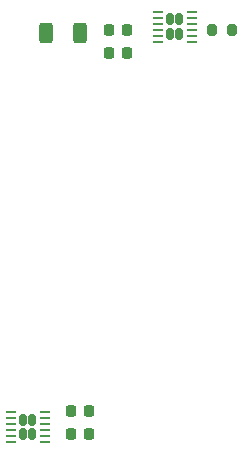
<source format=gbr>
%TF.GenerationSoftware,KiCad,Pcbnew,9.0.3*%
%TF.CreationDate,2025-12-08T06:40:44-06:00*%
%TF.ProjectId,Hotswap,486f7473-7761-4702-9e6b-696361645f70,rev?*%
%TF.SameCoordinates,Original*%
%TF.FileFunction,Paste,Top*%
%TF.FilePolarity,Positive*%
%FSLAX46Y46*%
G04 Gerber Fmt 4.6, Leading zero omitted, Abs format (unit mm)*
G04 Created by KiCad (PCBNEW 9.0.3) date 2025-12-08 06:40:44*
%MOMM*%
%LPD*%
G01*
G04 APERTURE LIST*
G04 Aperture macros list*
%AMRoundRect*
0 Rectangle with rounded corners*
0 $1 Rounding radius*
0 $2 $3 $4 $5 $6 $7 $8 $9 X,Y pos of 4 corners*
0 Add a 4 corners polygon primitive as box body*
4,1,4,$2,$3,$4,$5,$6,$7,$8,$9,$2,$3,0*
0 Add four circle primitives for the rounded corners*
1,1,$1+$1,$2,$3*
1,1,$1+$1,$4,$5*
1,1,$1+$1,$6,$7*
1,1,$1+$1,$8,$9*
0 Add four rect primitives between the rounded corners*
20,1,$1+$1,$2,$3,$4,$5,0*
20,1,$1+$1,$4,$5,$6,$7,0*
20,1,$1+$1,$6,$7,$8,$9,0*
20,1,$1+$1,$8,$9,$2,$3,0*%
G04 Aperture macros list end*
%ADD10RoundRect,0.225000X0.225000X0.250000X-0.225000X0.250000X-0.225000X-0.250000X0.225000X-0.250000X0*%
%ADD11RoundRect,0.225000X-0.225000X-0.250000X0.225000X-0.250000X0.225000X0.250000X-0.225000X0.250000X0*%
%ADD12RoundRect,0.150000X-0.150000X-0.355000X0.150000X-0.355000X0.150000X0.355000X-0.150000X0.355000X0*%
%ADD13RoundRect,0.062500X-0.375000X-0.062500X0.375000X-0.062500X0.375000X0.062500X-0.375000X0.062500X0*%
%ADD14RoundRect,0.150000X0.150000X0.355000X-0.150000X0.355000X-0.150000X-0.355000X0.150000X-0.355000X0*%
%ADD15RoundRect,0.062500X0.375000X0.062500X-0.375000X0.062500X-0.375000X-0.062500X0.375000X-0.062500X0*%
%ADD16RoundRect,0.250000X0.312500X0.625000X-0.312500X0.625000X-0.312500X-0.625000X0.312500X-0.625000X0*%
%ADD17RoundRect,0.200000X-0.200000X-0.275000X0.200000X-0.275000X0.200000X0.275000X-0.200000X0.275000X0*%
G04 APERTURE END LIST*
D10*
%TO.C,C2*%
X69775000Y-75000000D03*
X68225000Y-75000000D03*
%TD*%
D11*
%TO.C,C1*%
X71425000Y-42750000D03*
X72975000Y-42750000D03*
%TD*%
D10*
%TO.C,C8*%
X72975000Y-44750000D03*
X71425000Y-44750000D03*
%TD*%
D12*
%TO.C,U5*%
X64187500Y-75750000D03*
X64187500Y-77000000D03*
X64937500Y-75750000D03*
X64937500Y-77000000D03*
D13*
X63125000Y-75125000D03*
X63125000Y-75625000D03*
X63125000Y-76125000D03*
X63125000Y-76625000D03*
X63125000Y-77125000D03*
X63125000Y-77625000D03*
X66000000Y-77625000D03*
X66000000Y-77125000D03*
X66000000Y-76625000D03*
X66000000Y-76125000D03*
X66000000Y-75625000D03*
X66000000Y-75125000D03*
%TD*%
D14*
%TO.C,U2*%
X77375000Y-43125000D03*
X77375000Y-41875000D03*
X76625000Y-43125000D03*
X76625000Y-41875000D03*
D15*
X78437500Y-43750000D03*
X78437500Y-43250000D03*
X78437500Y-42750000D03*
X78437500Y-42250000D03*
X78437500Y-41750000D03*
X78437500Y-41250000D03*
X75562500Y-41250000D03*
X75562500Y-41750000D03*
X75562500Y-42250000D03*
X75562500Y-42750000D03*
X75562500Y-43250000D03*
X75562500Y-43750000D03*
%TD*%
D16*
%TO.C,R9*%
X69000000Y-43000000D03*
X66075000Y-43000000D03*
%TD*%
D10*
%TO.C,C7*%
X69775000Y-77000000D03*
X68225000Y-77000000D03*
%TD*%
D17*
%TO.C,R8*%
X80150000Y-42750000D03*
X81800000Y-42750000D03*
%TD*%
M02*

</source>
